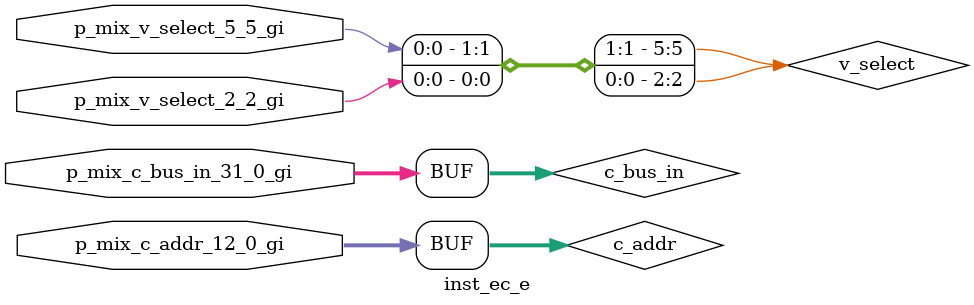
<source format=v>


`timescale 1ns / 1ps


	// No user `defines in this module


module inst_ec_e
//
// Generated module inst_ec
//
		(
		p_mix_c_addr_12_0_gi,
		p_mix_c_bus_in_31_0_gi,
		p_mix_v_select_2_2_gi,
		p_mix_v_select_5_5_gi
		);
	// Generated Module Inputs:
		input	[12:0]	p_mix_c_addr_12_0_gi;
		input	[31:0]	p_mix_c_bus_in_31_0_gi;
		input		p_mix_v_select_2_2_gi;
		input		p_mix_v_select_5_5_gi;
	// Generated Wires:
		wire	[12:0]	p_mix_c_addr_12_0_gi;
		wire	[31:0]	p_mix_c_bus_in_31_0_gi;
		wire		p_mix_v_select_2_2_gi;
		wire		p_mix_v_select_5_5_gi;
// End of generated module header


	// Internal signals

		//
		// Generated Signal List
		//
			wire [12:0] c_addr; // __W_PORT_SIGNAL_MAP_REQ
			wire [31:0] c_bus_in; // __W_PORT_SIGNAL_MAP_REQ
			wire [5:0] v_select; // __W_PORT_SIGNAL_MAP_REQ
		//
		// End of Generated Signal List
		//


	// %COMPILER_OPTS%

	// Generated Signal Assignments
			assign	c_addr = p_mix_c_addr_12_0_gi;  // __I_I_BUS_PORT
			assign	c_bus_in = p_mix_c_bus_in_31_0_gi;  // __I_I_BUS_PORT
			assign	v_select[5] = p_mix_v_select_5_5_gi;  // __I_I_SLICE_PORT // __W_SINGLE_BIT_SLICE
			assign	v_select[2] = p_mix_v_select_2_2_gi;  // __I_I_SLICE_PORT // __W_SINGLE_BIT_SLICE




	//
	// Generated Instances
	// wiring ...

	// Generated Instances and Port Mappings
		// Generated Instance Port Map for inst_eca
		inst_eca_e inst_eca (
			.c_add(c_addr),
			.c_bus_in(c_bus_in),	// CBUSinterfacecpui/finputsCPUInterface (X2)C-BusinterfaceCPUinterface
			.v_select(v_select)	// RequestBusinterface:RequestBus#6(VPU)VPUinterface
		);
		// End of Generated Instance Port Map for inst_eca

		// Generated Instance Port Map for inst_ecb
		inst_ecb_e inst_ecb (
			.c_addr(c_addr),
			.c_bus_in(c_bus_in)	// CBUSinterfacecpui/finputsCPUInterface (X2)C-BusinterfaceCPUinterface
		);
		// End of Generated Instance Port Map for inst_ecb

		// Generated Instance Port Map for inst_ecc
		inst_ecc_e inst_ecc (
			.c_addr(c_addr),
			.c_bus_in(c_bus_in)	// CBUSinterfacecpui/finputsCPUInterface (X2)C-BusinterfaceCPUinterface
		);
		// End of Generated Instance Port Map for inst_ecc



endmodule
//
// End of Generated Module rtl of inst_ec_e
//
//
//!End of Module/s
// --------------------------------------------------------------

</source>
